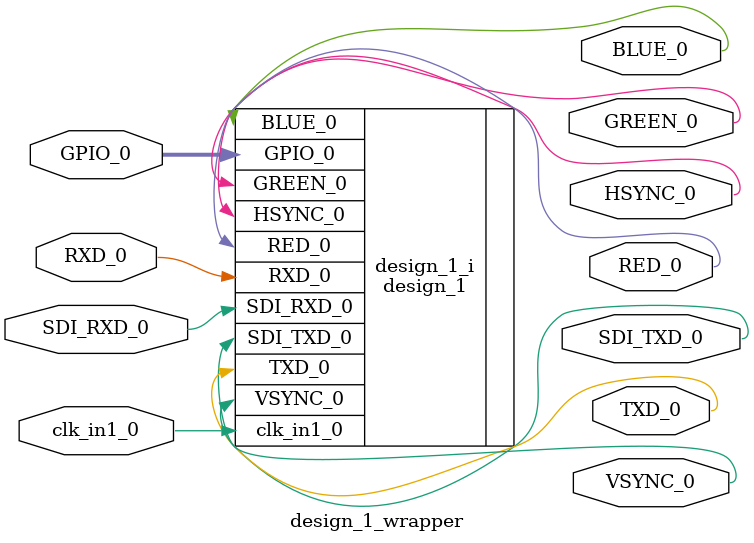
<source format=v>
`timescale 1 ps / 1 ps

module design_1_wrapper
   (BLUE_0,
    GPIO_0,
    GREEN_0,
    HSYNC_0,
    RED_0,
    RXD_0,
    SDI_RXD_0,
    SDI_TXD_0,
    TXD_0,
    VSYNC_0,
    clk_in1_0);
  output BLUE_0;
  inout [7:0]GPIO_0;
  output GREEN_0;
  output HSYNC_0;
  output RED_0;
  input RXD_0;
  input SDI_RXD_0;
  output SDI_TXD_0;
  output TXD_0;
  output VSYNC_0;
  input clk_in1_0;

  wire BLUE_0;
  wire [7:0]GPIO_0;
  wire GREEN_0;
  wire HSYNC_0;
  wire RED_0;
  wire RXD_0;
  wire SDI_RXD_0;
  wire SDI_TXD_0;
  wire TXD_0;
  wire VSYNC_0;
  wire clk_in1_0;

  design_1 design_1_i
       (.BLUE_0(BLUE_0),
        .GPIO_0(GPIO_0),
        .GREEN_0(GREEN_0),
        .HSYNC_0(HSYNC_0),
        .RED_0(RED_0),
        .RXD_0(RXD_0),
        .SDI_RXD_0(SDI_RXD_0),
        .SDI_TXD_0(SDI_TXD_0),
        .TXD_0(TXD_0),
        .VSYNC_0(VSYNC_0),
        .clk_in1_0(clk_in1_0));
endmodule

</source>
